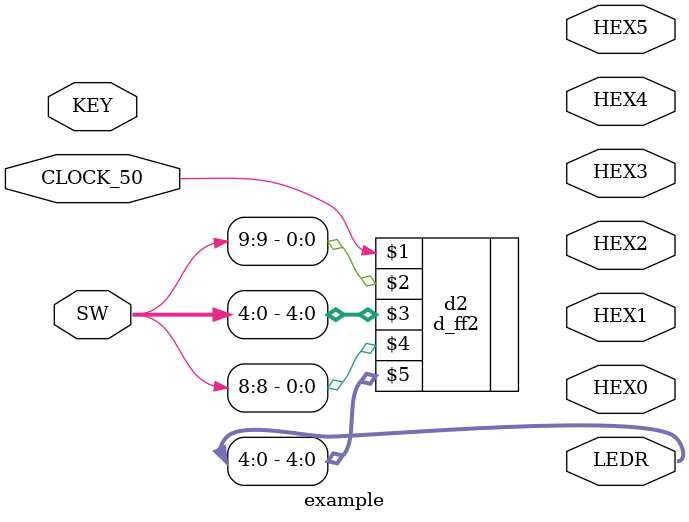
<source format=v>
module example( input CLOCK_50,
                output    [6:0] HEX0,
	          output    [6:0] HEX1,
	          output    [6:0] HEX2,
	          output    [6:0] HEX3,
	          output    [6:0] HEX4,
	          output    [6:0] HEX5,
                input     [3:0] KEY,
                output    [9:0] LEDR,
                input     [9:0] SW);

d_ff2 d2( CLOCK_50, SW[9], SW[4:0], SW[8], LEDR[4:0]); 
		//9.switch enable, 8.switch reset ayarlandı.
endmodule

</source>
